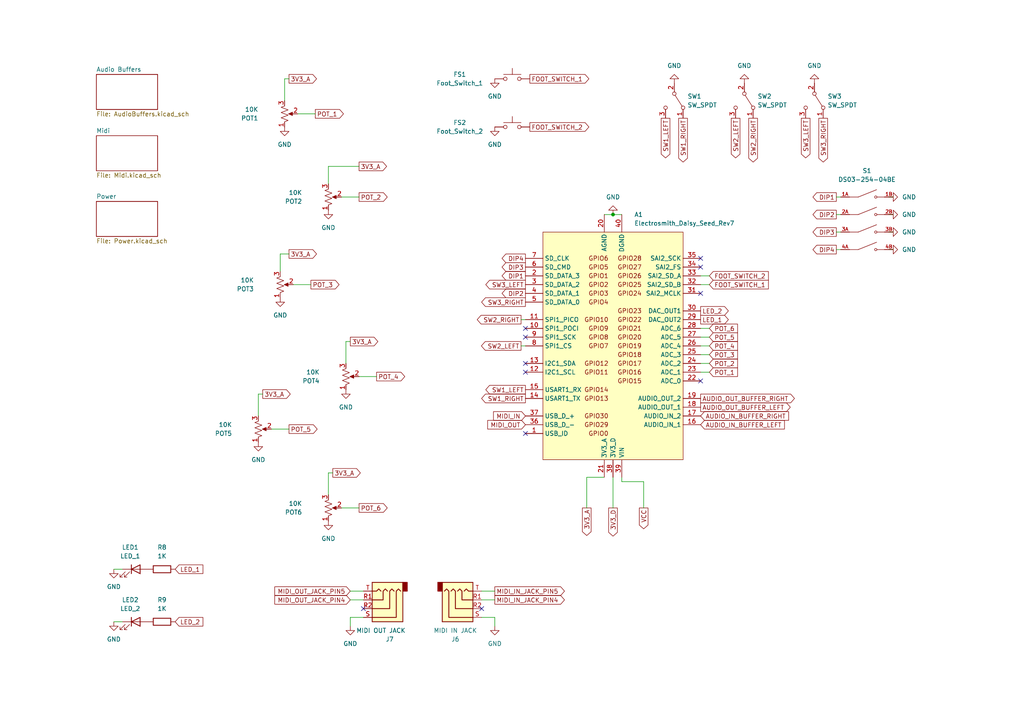
<source format=kicad_sch>
(kicad_sch (version 20230121) (generator eeschema)
  (paper "A4")
  (title_block (title "FunBox") (date "2024-04-30") (company "GuitarML") (comment 1 "9v power, buffered stereo in/out") (comment 2 "6 knobs, 3 - 3 way switches, 2 foot switches, 4 dip switches") (comment 3 "MIDI in/out via mini TRS") (comment 4 "Stereo guitar pedal using the Daisy Seed."))
  (lib_symbols
    (symbol "Connector_Audio:AudioJack4"
      (property "Reference" "J" (at 0 8.89 0))
      (property "Value" "AudioJack4" (at 0 6.35 0))
      (symbol "AudioJack4_0_1"
        (rectangle (start -6.35 -5.08) (end -7.62 -7.62) (stroke (width 0.254)) (fill (type outline)))
        (polyline (pts (xy 0 -5.08) (xy 0.635 -5.715) (xy 1.27 -5.08) (xy 2.54 -5.08)) (stroke (width 0.254)))
        (polyline (pts (xy -5.715 -5.08) (xy -5.08 -5.715) (xy -4.445 -5.08) (xy -4.445 2.54) (xy 2.54 2.54)) (stroke (width 0.254)))
        (polyline (pts (xy -1.905 -5.08) (xy -1.27 -5.715) (xy -0.635 -5.08) (xy -0.635 -2.54) (xy 2.54 -2.54)) (stroke (width 0.254)))
        (polyline (pts (xy 2.54 0) (xy -2.54 0) (xy -2.54 -5.08) (xy -3.175 -5.715) (xy -3.81 -5.08)) (stroke (width 0.254)))
        (rectangle (start 2.54 3.81) (end -6.35 -7.62) (stroke (width 0.254)) (fill (type background)))
      )
      (symbol "AudioJack4_1_1"
        (pin passive line (at 5.08 -2.54 180) (length 2.54) (name "~") (number "R1"))
        (pin passive line (at 5.08 0 180) (length 2.54) (name "~") (number "R2"))
        (pin passive line (at 5.08 2.54 180) (length 2.54) (name "~") (number "S"))
        (pin passive line (at 5.08 -5.08 180) (length 2.54) (name "~") (number "T"))
      )
    )
    (symbol "DS03-254-04BE:DS03-254-04BE" (pin_names (offset 1.016) hide)
      (property "Reference" "S" (at -2.54 10.16 0))
      (property "Value" "DS03-254-04BE" (at -2.54 -10.16 0))
      (symbol "DS03-254-04BE_0_0"
        (polyline (pts (xy -2.54 -7.62) (xy -5.08 -7.62)) (stroke (width 0.1524)))
        (polyline (pts (xy -2.54 -7.62) (xy 2.794 -5.4864)) (stroke (width 0.1524)))
        (polyline (pts (xy -2.54 -2.54) (xy -5.08 -2.54)) (stroke (width 0.1524)))
        (polyline (pts (xy -2.54 -2.54) (xy 2.794 -0.4064)) (stroke (width 0.1524)))
        (polyline (pts (xy -2.54 2.54) (xy -5.08 2.54)) (stroke (width 0.1524)))
        (polyline (pts (xy -2.54 2.54) (xy 2.794 4.6736)) (stroke (width 0.1524)))
        (polyline (pts (xy -2.54 7.62) (xy -5.08 7.62)) (stroke (width 0.1524)))
        (polyline (pts (xy -2.54 7.62) (xy 2.794 9.7536)) (stroke (width 0.1524)))
        (polyline (pts (xy 5.08 -7.62) (xy 2.921 -7.62)) (stroke (width 0.1524)))
        (polyline (pts (xy 5.08 -2.54) (xy 2.921 -2.54)) (stroke (width 0.1524)))
        (polyline (pts (xy 5.08 2.54) (xy 2.921 2.54)) (stroke (width 0.1524)))
        (polyline (pts (xy 5.08 7.62) (xy 2.921 7.62)) (stroke (width 0.1524)))
        (circle (center 2.54 -7.62) (radius 0.3302) (stroke (width 0.1524)))
        (circle (center 2.54 -2.54) (radius 0.3302) (stroke (width 0.1524)))
        (circle (center 2.54 2.54) (radius 0.3302) (stroke (width 0.1524)))
        (circle (center 2.54 7.62) (radius 0.3302) (stroke (width 0.1524)))
        (pin passive line (at -7.62 7.62 0) (length 2.54) (name "~") (number "1A"))
        (pin passive line (at 7.62 7.62 180) (length 2.54) (name "~") (number "1B"))
        (pin passive line (at -7.62 2.54 0) (length 2.54) (name "~") (number "2A"))
        (pin passive line (at 7.62 2.54 180) (length 2.54) (name "~") (number "2B"))
        (pin passive line (at -7.62 -2.54 0) (length 2.54) (name "~") (number "3A"))
        (pin passive line (at 7.62 -2.54 180) (length 2.54) (name "~") (number "3B"))
        (pin passive line (at -7.62 -7.62 0) (length 2.54) (name "~") (number "4A"))
        (pin passive line (at 7.62 -7.62 180) (length 2.54) (name "~") (number "4B"))
      )
    )
    (symbol "Device:LED" (pin_numbers hide) (pin_names (offset 1.016) hide)
      (property "Reference" "D" (at 0 2.54 0))
      (property "Value" "LED" (at 0 -2.54 0))
      (symbol "LED_0_1"
        (polyline (pts (xy -1.27 -1.27) (xy -1.27 1.27)) (stroke (width 0.254)))
        (polyline (pts (xy -1.27 0) (xy 1.27 0)))
        (polyline (pts (xy 1.27 -1.27) (xy 1.27 1.27) (xy -1.27 0) (xy 1.27 -1.27)) (stroke (width 0.254)))
        (polyline (pts (xy -3.048 -0.762) (xy -4.572 -2.286) (xy -3.81 -2.286) (xy -4.572 -2.286) (xy -4.572 -1.524)))
        (polyline (pts (xy -1.778 -0.762) (xy -3.302 -2.286) (xy -2.54 -2.286) (xy -3.302 -2.286) (xy -3.302 -1.524)))
      )
      (symbol "LED_1_1"
        (pin passive line (at -3.81 0 0) (length 2.54) (name "K") (number "1"))
        (pin passive line (at 3.81 0 180) (length 2.54) (name "A") (number "2"))
      )
    )
    (symbol "Device:R" (pin_numbers hide) (pin_names (offset 0))
      (property "Reference" "R" (at 2.032 0 90))
      (property "Value" "R" (at 0 0 90))
      (symbol "R_0_1"
        (rectangle (start -1.016 -2.54) (end 1.016 2.54) (stroke (width 0.254)))
      )
      (symbol "R_1_1"
        (pin passive line (at 0 3.81 270) (length 1.27) (name "~") (number "1"))
        (pin passive line (at 0 -3.81 90) (length 1.27) (name "~") (number "2"))
      )
    )
    (symbol "Device:R_Potentiometer_US" (pin_names (offset 1.016) hide)
      (property "Reference" "RV" (at -4.445 0 90))
      (property "Value" "R_Potentiometer_US" (at -2.54 0 90))
      (symbol "R_Potentiometer_US_0_1"
        (polyline (pts (xy 0 -2.286) (xy 0 -2.54)))
        (polyline (pts (xy 0 2.54) (xy 0 2.286)))
        (polyline (pts (xy 2.54 0) (xy 1.524 0)))
        (polyline (pts (xy 1.143 0) (xy 2.286 0.508) (xy 2.286 -0.508) (xy 1.143 0)) (fill (type outline)))
        (polyline (pts (xy 0 -0.762) (xy 1.016 -1.143) (xy 0 -1.524) (xy -1.016 -1.905) (xy 0 -2.286)))
        (polyline (pts (xy 0 0.762) (xy 1.016 0.381) (xy 0 0) (xy -1.016 -0.381) (xy 0 -0.762)))
        (polyline (pts (xy 0 2.286) (xy 1.016 1.905) (xy 0 1.524) (xy -1.016 1.143) (xy 0 0.762)))
      )
      (symbol "R_Potentiometer_US_1_1"
        (pin passive line (at 0 3.81 270) (length 1.27) (name "1") (number "1"))
        (pin passive line (at 3.81 0 180) (length 1.27) (name "2") (number "2"))
        (pin passive line (at 0 -3.81 90) (length 1.27) (name "3") (number "3"))
      )
    )
    (symbol "MCU_Module:Electrosmith_Daisy_Seed_Rev4"
      (property "Reference" "A" (at -20.32 34.29 0))
      (property "Value" "Electrosmith_Daisy_Seed_Rev4" (at 33.02 34.29 0))
      (symbol "Electrosmith_Daisy_Seed_Rev4_0_0"
        (text "GPIO0" (at 1.27 25.4 0) (effects (font (size 1.27 1.27)) (justify left)))
        (text "GPIO1" (at 1.27 -20.32 0) (effects (font (size 1.27 1.27)) (justify left)))
        (text "GPIO10" (at 1.27 -7.62 0) (effects (font (size 1.27 1.27)) (justify left)))
        (text "GPIO11" (at 1.27 7.62 0) (effects (font (size 1.27 1.27)) (justify left)))
        (text "GPIO12" (at 1.27 5.08 0) (effects (font (size 1.27 1.27)) (justify left)))
        (text "GPIO13" (at 1.27 15.24 0) (effects (font (size 1.27 1.27)) (justify left)))
        (text "GPIO14" (at 1.27 12.7 0) (effects (font (size 1.27 1.27)) (justify left)))
        (text "GPIO15" (at -1.27 10.16 0) (effects (font (size 1.27 1.27)) (justify right)))
        (text "GPIO16" (at -1.27 7.62 0) (effects (font (size 1.27 1.27)) (justify right)))
        (text "GPIO17" (at -1.27 5.08 0) (effects (font (size 1.27 1.27)) (justify right)))
        (text "GPIO18" (at -1.27 2.54 0) (effects (font (size 1.27 1.27)) (justify right)))
        (text "GPIO19" (at -1.27 0 0) (effects (font (size 1.27 1.27)) (justify right)))
        (text "GPIO2" (at 1.27 -17.78 0) (effects (font (size 1.27 1.27)) (justify left)))
        (text "GPIO20" (at -1.27 -2.54 0) (effects (font (size 1.27 1.27)) (justify right)))
        (text "GPIO21" (at -1.27 -5.08 0) (effects (font (size 1.27 1.27)) (justify right)))
        (text "GPIO22" (at -1.27 -7.62 0) (effects (font (size 1.27 1.27)) (justify right)))
        (text "GPIO23" (at -1.27 -10.16 0) (effects (font (size 1.27 1.27)) (justify right)))
        (text "GPIO24" (at -1.27 -15.24 0) (effects (font (size 1.27 1.27)) (justify right)))
        (text "GPIO25" (at -1.27 -17.78 0) (effects (font (size 1.27 1.27)) (justify right)))
        (text "GPIO26" (at -1.27 -20.32 0) (effects (font (size 1.27 1.27)) (justify right)))
        (text "GPIO27" (at -1.27 -22.86 0) (effects (font (size 1.27 1.27)) (justify right)))
        (text "GPIO28" (at -1.27 -25.4 0) (effects (font (size 1.27 1.27)) (justify right)))
        (text "GPIO29" (at 1.27 22.86 0) (effects (font (size 1.27 1.27)) (justify left)))
        (text "GPIO3" (at 1.27 -15.24 0) (effects (font (size 1.27 1.27)) (justify left)))
        (text "GPIO30" (at 1.27 20.32 0) (effects (font (size 1.27 1.27)) (justify left)))
        (text "GPIO4" (at 1.27 -12.7 0) (effects (font (size 1.27 1.27)) (justify left)))
        (text "GPIO5" (at 1.27 -22.86 0) (effects (font (size 1.27 1.27)) (justify left)))
        (text "GPIO6" (at 1.27 -25.4 0) (effects (font (size 1.27 1.27)) (justify left)))
        (text "GPIO7" (at 1.27 0 0) (effects (font (size 1.27 1.27)) (justify left)))
        (text "GPIO8" (at 1.27 -2.54 0) (effects (font (size 1.27 1.27)) (justify left)))
        (text "GPIO9" (at 1.27 -5.08 0) (effects (font (size 1.27 1.27)) (justify left)))
        (pin bidirectional line (at 25.4 25.4 180) (length 5.08) (name "USB_ID") (number "1"))
        (pin bidirectional line (at 25.4 -5.08 180) (length 5.08) (name "SPI1_POCI") (number "10"))
        (pin bidirectional line (at 25.4 -7.62 180) (length 5.08) (name "SPI1_PICO") (number "11"))
        (pin bidirectional line (at 25.4 7.62 180) (length 5.08) (name "I2C1_SCL") (number "12"))
        (pin bidirectional line (at 25.4 5.08 180) (length 5.08) (name "I2C1_SDA") (number "13"))
        (pin bidirectional line (at 25.4 15.24 180) (length 5.08) (name "USART1_TX") (number "14"))
        (pin bidirectional line (at 25.4 12.7 180) (length 5.08) (name "USART1_RX") (number "15"))
        (pin input line (at -25.4 22.86 0) (length 5.08) (name "AUDIO_IN_1") (number "16"))
        (pin input line (at -25.4 20.32 0) (length 5.08) (name "AUDIO_IN_2") (number "17"))
        (pin output line (at -25.4 17.78 0) (length 5.08) (name "AUDIO_OUT_1") (number "18"))
        (pin output line (at -25.4 15.24 0) (length 5.08) (name "AUDIO_OUT_2") (number "19"))
        (pin bidirectional line (at 25.4 -20.32 180) (length 5.08) (name "SD_DATA_3") (number "2"))
        (pin power_in line (at 2.54 -38.1 90) (length 5.08) (name "AGND") (number "20"))
        (pin power_out line (at 2.54 38.1 270) (length 5.08) (name "3V3_A") (number "21"))
        (pin bidirectional line (at -25.4 10.16 0) (length 5.08) (name "ADC_0") (number "22"))
        (pin bidirectional line (at -25.4 7.62 0) (length 5.08) (name "ADC_1") (number "23"))
        (pin bidirectional line (at -25.4 5.08 0) (length 5.08) (name "ADC_2") (number "24"))
        (pin bidirectional line (at -25.4 2.54 0) (length 5.08) (name "ADC_3") (number "25"))
        (pin bidirectional line (at -25.4 0 0) (length 5.08) (name "ADC_4") (number "26"))
        (pin bidirectional line (at -25.4 -2.54 0) (length 5.08) (name "ADC_5") (number "27"))
        (pin bidirectional line (at -25.4 -5.08 0) (length 5.08) (name "ADC_6") (number "28"))
        (pin bidirectional line (at -25.4 -7.62 0) (length 5.08) (name "DAC_OUT2") (number "29"))
        (pin bidirectional line (at 25.4 -17.78 180) (length 5.08) (name "SD_DATA_2") (number "3"))
        (pin bidirectional line (at -25.4 -10.16 0) (length 5.08) (name "DAC_OUT1") (number "30"))
        (pin bidirectional line (at -25.4 -15.24 0) (length 5.08) (name "SAI2_MCLK") (number "31"))
        (pin bidirectional line (at -25.4 -17.78 0) (length 5.08) (name "SAI2_SD_B") (number "32"))
        (pin bidirectional line (at -25.4 -20.32 0) (length 5.08) (name "SAI2_SD_A") (number "33"))
        (pin bidirectional line (at -25.4 -22.86 0) (length 5.08) (name "SAI2_FS") (number "34"))
        (pin bidirectional line (at -25.4 -25.4 0) (length 5.08) (name "SAI2_SCK") (number "35"))
        (pin bidirectional line (at 25.4 22.86 180) (length 5.08) (name "USB_D_-") (number "36"))
        (pin bidirectional line (at 25.4 20.32 180) (length 5.08) (name "USB_D_+") (number "37"))
        (pin power_out line (at 0 38.1 270) (length 5.08) (name "3V3_D") (number "38"))
        (pin power_in line (at -2.54 38.1 270) (length 5.08) (name "VIN") (number "39"))
        (pin bidirectional line (at 25.4 -15.24 180) (length 5.08) (name "SD_DATA_1") (number "4"))
        (pin power_in line (at -2.54 -38.1 90) (length 5.08) (name "DGND") (number "40"))
        (pin bidirectional line (at 25.4 -12.7 180) (length 5.08) (name "SD_DATA_0") (number "5"))
        (pin bidirectional line (at 25.4 -22.86 180) (length 5.08) (name "SD_CMD") (number "6"))
        (pin bidirectional line (at 25.4 -25.4 180) (length 5.08) (name "SD_CLK") (number "7"))
        (pin bidirectional line (at 25.4 0 180) (length 5.08) (name "SPI1_CS") (number "8"))
        (pin bidirectional line (at 25.4 -2.54 180) (length 5.08) (name "SPI1_SCK") (number "9"))
      )
      (symbol "Electrosmith_Daisy_Seed_Rev4_0_1"
        (rectangle (start -20.32 33.02) (end 20.32 -33.02) (fill (type background)))
      )
    )
    (symbol "Switch:SW_Push" (pin_numbers hide) (pin_names (offset 1.016) hide)
      (property "Reference" "SW" (at 1.27 2.54 0))
      (property "Value" "SW_Push" (at 0 -1.524 0))
      (symbol "SW_Push_0_1"
        (circle (center -2.032 0) (radius 0.508))
        (polyline (pts (xy 0 1.27) (xy 0 3.048)))
        (polyline (pts (xy 2.54 1.27) (xy -2.54 1.27)))
        (circle (center 2.032 0) (radius 0.508))
        (pin passive line (at -5.08 0 0) (length 2.54) (name "1") (number "1"))
        (pin passive line (at 5.08 0 180) (length 2.54) (name "2") (number "2"))
      )
    )
    (symbol "Switch:SW_SPDT" (pin_names (offset 0) hide)
      (property "Reference" "SW" (at 0 4.318 0))
      (property "Value" "SW_SPDT" (at 0 -5.08 0))
      (symbol "SW_SPDT_0_0"
        (circle (center -2.032 0) (radius 0.508))
        (circle (center 2.032 -2.54) (radius 0.508))
      )
      (symbol "SW_SPDT_0_1"
        (polyline (pts (xy -1.524 0.254) (xy 1.651 2.286)))
        (circle (center 2.032 2.54) (radius 0.508))
      )
      (symbol "SW_SPDT_1_1"
        (pin passive line (at 5.08 2.54 180) (length 2.54) (name "A") (number "1"))
        (pin passive line (at -5.08 0 0) (length 2.54) (name "B") (number "2"))
        (pin passive line (at 5.08 -2.54 180) (length 2.54) (name "C") (number "3"))
      )
    )
    (symbol "power:GND" (power) (pin_names (offset 0))
      (property "Value" "GND" (at 0 -3.81 0))
      (symbol "GND_0_1"
        (polyline (pts (xy 0 0) (xy 0 -1.27) (xy 1.27 -1.27) (xy 0 -2.54) (xy -1.27 -1.27) (xy 0 -1.27)))
      )
      (symbol "GND_1_1"
        (pin power_in line (at 0 0 270) (length 0) hide (name "GND") (number "1"))
      )
    )
  )
  (junction (at 177.8 62.23))
  (no_connect (at 152.4 125.73))
  (no_connect (at 203.2 110.49))
  (no_connect (at 203.2 85.09))
  (no_connect (at 152.4 107.95))
  (no_connect (at 203.2 77.47))
  (no_connect (at 105.41 176.53))
  (no_connect (at 152.4 105.41))
  (no_connect (at 203.2 74.93))
  (no_connect (at 152.4 97.79))
  (no_connect (at 152.4 95.25))
  (no_connect (at 139.7 176.53))
  (wire (pts (xy 105.41 179.07) (xy 101.6 179.07)))
  (wire (pts (xy 243.84 57.15) (xy 242.57 57.15)))
  (wire (pts (xy 101.6 99.06) (xy 100.33 99.06)))
  (wire (pts (xy 205.74 107.95) (xy 203.2 107.95)))
  (wire (pts (xy 143.51 181.61) (xy 143.51 179.07)))
  (wire (pts (xy 143.51 173.99) (xy 139.7 173.99)))
  (wire (pts (xy 170.18 138.43) (xy 175.26 138.43)))
  (wire (pts (xy 95.25 137.16) (xy 95.25 143.51)))
  (wire (pts (xy 243.84 62.23) (xy 242.57 62.23)))
  (wire (pts (xy 104.14 48.26) (xy 95.25 48.26)))
  (wire (pts (xy 139.7 171.45) (xy 143.51 171.45)))
  (wire (pts (xy 86.36 33.02) (xy 91.44 33.02)))
  (wire (pts (xy 180.34 138.43) (xy 180.34 139.7)))
  (wire (pts (xy 83.82 73.66) (xy 81.28 73.66)))
  (wire (pts (xy 82.55 22.86) (xy 83.82 22.86)))
  (wire (pts (xy 170.18 147.32) (xy 170.18 138.43)))
  (wire (pts (xy 99.06 147.32) (xy 104.14 147.32)))
  (wire (pts (xy 151.13 100.33) (xy 152.4 100.33)))
  (wire (pts (xy 101.6 179.07) (xy 101.6 181.61)))
  (wire (pts (xy 96.52 137.16) (xy 95.25 137.16)))
  (wire (pts (xy 82.55 22.86) (xy 82.55 29.21)))
  (wire (pts (xy 186.69 139.7) (xy 186.69 147.32)))
  (wire (pts (xy 180.34 139.7) (xy 186.69 139.7)))
  (wire (pts (xy 104.14 109.22) (xy 109.22 109.22)))
  (wire (pts (xy 203.2 97.79) (xy 205.74 97.79)))
  (wire (pts (xy 243.84 72.39) (xy 242.57 72.39)))
  (wire (pts (xy 81.28 73.66) (xy 81.28 78.74)))
  (wire (pts (xy 74.93 114.3) (xy 74.93 120.65)))
  (wire (pts (xy 139.7 179.07) (xy 143.51 179.07)))
  (wire (pts (xy 33.02 180.34) (xy 35.56 180.34)))
  (wire (pts (xy 76.2 114.3) (xy 74.93 114.3)))
  (wire (pts (xy 95.25 48.26) (xy 95.25 53.34)))
  (wire (pts (xy 151.13 92.71) (xy 152.4 92.71)))
  (wire (pts (xy 203.2 80.01) (xy 205.74 80.01)))
  (wire (pts (xy 259.08 72.39) (xy 257.81 72.39)))
  (wire (pts (xy 203.2 100.33) (xy 205.74 100.33)))
  (wire (pts (xy 259.08 67.31) (xy 257.81 67.31)))
  (wire (pts (xy 203.2 95.25) (xy 205.74 95.25)))
  (wire (pts (xy 177.8 62.23) (xy 175.26 62.23)))
  (wire (pts (xy 101.6 173.99) (xy 105.41 173.99)))
  (wire (pts (xy 259.08 62.23) (xy 257.81 62.23)))
  (wire (pts (xy 243.84 67.31) (xy 242.57 67.31)))
  (wire (pts (xy 33.02 165.1) (xy 35.56 165.1)))
  (wire (pts (xy 203.2 82.55) (xy 205.74 82.55)))
  (wire (pts (xy 205.74 102.87) (xy 203.2 102.87)))
  (wire (pts (xy 100.33 99.06) (xy 100.33 105.41)))
  (wire (pts (xy 180.34 62.23) (xy 177.8 62.23)))
  (wire (pts (xy 78.74 124.46) (xy 83.82 124.46)))
  (wire (pts (xy 99.06 57.15) (xy 104.14 57.15)))
  (wire (pts (xy 177.8 138.43) (xy 177.8 147.32)))
  (wire (pts (xy 205.74 105.41) (xy 203.2 105.41)))
  (wire (pts (xy 259.08 57.15) (xy 257.81 57.15)))
  (wire (pts (xy 101.6 171.45) (xy 105.41 171.45)))
  (wire (pts (xy 85.09 82.55) (xy 90.17 82.55)))
  (global_label "FOOT_SWITCH_1" (shape input) (at 205.74 82.55 0) (property "Intersheetrefs" "${INTERSHEET_REFS}" (effects hide)))
  (global_label "AUDIO_IN_BUFFER_LEFT" (shape input) (at 203.2 123.19 0) (property "Intersheetrefs" "${INTERSHEET_REFS}" (effects hide)))
  (global_label "POT_1" (shape output) (at 91.44 33.02 0) (property "Intersheetrefs" "${INTERSHEET_REFS}" (effects hide)))
  (global_label "POT_1" (shape input) (at 205.74 107.95 0) (property "Intersheetrefs" "${INTERSHEET_REFS}" (effects hide)))
  (global_label "DIP3" (shape output) (at 242.57 67.31 180) (property "Intersheetrefs" "${INTERSHEET_REFS}" (effects hide)))
  (global_label "3V3_A" (shape output) (at 83.82 73.66 0) (property "Intersheetrefs" "${INTERSHEET_REFS}" (effects hide)))
  (global_label "3V3_A" (shape output) (at 76.2 114.3 0) (property "Intersheetrefs" "${INTERSHEET_REFS}" (effects hide)))
  (global_label "POT_3" (shape output) (at 90.17 82.55 0) (property "Intersheetrefs" "${INTERSHEET_REFS}" (effects hide)))
  (global_label "LED_1" (shape output) (at 203.2 92.71 0) (property "Intersheetrefs" "${INTERSHEET_REFS}" (effects hide)))
  (global_label "VCC" (shape output) (at 186.69 147.32 270) (property "Intersheetrefs" "${INTERSHEET_REFS}" (effects hide)))
  (global_label "SW2_LEFT" (shape output) (at 151.13 100.33 180) (property "Intersheetrefs" "${INTERSHEET_REFS}" (effects hide)))
  (global_label "SW1_RIGHT" (shape output) (at 198.12 34.29 270) (property "Intersheetrefs" "${INTERSHEET_REFS}" (effects hide)))
  (global_label "SW3_RIGHT" (shape output) (at 238.76 34.29 270) (property "Intersheetrefs" "${INTERSHEET_REFS}" (effects hide)))
  (global_label "SW2_RIGHT" (shape output) (at 151.13 92.71 180) (property "Intersheetrefs" "${INTERSHEET_REFS}" (effects hide)))
  (global_label "POT_3" (shape input) (at 205.74 102.87 0) (property "Intersheetrefs" "${INTERSHEET_REFS}" (effects hide)))
  (global_label "3V3_A" (shape output) (at 170.18 147.32 270) (property "Intersheetrefs" "${INTERSHEET_REFS}" (effects hide)))
  (global_label "POT_4" (shape output) (at 109.22 109.22 0) (property "Intersheetrefs" "${INTERSHEET_REFS}" (effects hide)))
  (global_label "MIDI_OUT_JACK_PIN4" (shape input) (at 101.6 173.99 180) (property "Intersheetrefs" "${INTERSHEET_REFS}" (effects hide)))
  (global_label "MIDI_IN_JACK_PIN5" (shape output) (at 143.51 171.45 0) (property "Intersheetrefs" "${INTERSHEET_REFS}" (effects hide)))
  (global_label "DIP1" (shape output) (at 242.57 57.15 180) (property "Intersheetrefs" "${INTERSHEET_REFS}" (effects hide)))
  (global_label "POT_5" (shape output) (at 83.82 124.46 0) (property "Intersheetrefs" "${INTERSHEET_REFS}" (effects hide)))
  (global_label "LED_2" (shape output) (at 203.2 90.17 0) (property "Intersheetrefs" "${INTERSHEET_REFS}" (effects hide)))
  (global_label "LED_1" (shape input) (at 50.8 165.1 0) (property "Intersheetrefs" "${INTERSHEET_REFS}" (effects hide)))
  (global_label "3V3_A" (shape output) (at 83.82 22.86 0) (property "Intersheetrefs" "${INTERSHEET_REFS}" (effects hide)))
  (global_label "POT_6" (shape input) (at 205.74 95.25 0) (property "Intersheetrefs" "${INTERSHEET_REFS}" (effects hide)))
  (global_label "3V3_D" (shape output) (at 177.8 147.32 270) (property "Intersheetrefs" "${INTERSHEET_REFS}" (effects hide)))
  (global_label "SW2_RIGHT" (shape output) (at 218.44 34.29 270) (property "Intersheetrefs" "${INTERSHEET_REFS}" (effects hide)))
  (global_label "FOOT_SWITCH_1" (shape output) (at 153.67 22.86 0) (property "Intersheetrefs" "${INTERSHEET_REFS}" (effects hide)))
  (global_label "MIDI_OUT_JACK_PIN5" (shape input) (at 101.6 171.45 180) (property "Intersheetrefs" "${INTERSHEET_REFS}" (effects hide)))
  (global_label "MIDI_OUT" (shape input) (at 152.4 123.19 180) (property "Intersheetrefs" "${INTERSHEET_REFS}" (effects hide)))
  (global_label "3V3_A" (shape output) (at 104.14 48.26 0) (property "Intersheetrefs" "${INTERSHEET_REFS}" (effects hide)))
  (global_label "SW1_LEFT" (shape output) (at 193.04 34.29 270) (property "Intersheetrefs" "${INTERSHEET_REFS}" (effects hide)))
  (global_label "MIDI_IN_JACK_PIN4" (shape output) (at 143.51 173.99 0) (property "Intersheetrefs" "${INTERSHEET_REFS}" (effects hide)))
  (global_label "LED_2" (shape input) (at 50.8 180.34 0) (property "Intersheetrefs" "${INTERSHEET_REFS}" (effects hide)))
  (global_label "SW3_LEFT" (shape output) (at 152.4 82.55 180) (property "Intersheetrefs" "${INTERSHEET_REFS}" (effects hide)))
  (global_label "3V3_A" (shape output) (at 96.52 137.16 0) (property "Intersheetrefs" "${INTERSHEET_REFS}" (effects hide)))
  (global_label "AUDIO_OUT_BUFFER_RIGHT" (shape output) (at 203.2 115.57 0) (property "Intersheetrefs" "${INTERSHEET_REFS}" (effects hide)))
  (global_label "SW1_RIGHT" (shape output) (at 152.4 115.57 180) (property "Intersheetrefs" "${INTERSHEET_REFS}" (effects hide)))
  (global_label "DIP4" (shape output) (at 152.4 74.93 180) (property "Intersheetrefs" "${INTERSHEET_REFS}" (effects hide)))
  (global_label "DIP3" (shape output) (at 152.4 77.47 180) (property "Intersheetrefs" "${INTERSHEET_REFS}" (effects hide)))
  (global_label "SW3_RIGHT" (shape output) (at 152.4 87.63 180) (property "Intersheetrefs" "${INTERSHEET_REFS}" (effects hide)))
  (global_label "DIP4" (shape output) (at 242.57 72.39 180) (property "Intersheetrefs" "${INTERSHEET_REFS}" (effects hide)))
  (global_label "SW1_LEFT" (shape output) (at 152.4 113.03 180) (property "Intersheetrefs" "${INTERSHEET_REFS}" (effects hide)))
  (global_label "DIP1" (shape output) (at 152.4 80.01 180) (property "Intersheetrefs" "${INTERSHEET_REFS}" (effects hide)))
  (global_label "SW3_LEFT" (shape output) (at 233.68 34.29 270) (property "Intersheetrefs" "${INTERSHEET_REFS}" (effects hide)))
  (global_label "FOOT_SWITCH_2" (shape output) (at 153.67 36.83 0) (property "Intersheetrefs" "${INTERSHEET_REFS}" (effects hide)))
  (global_label "FOOT_SWITCH_2" (shape input) (at 205.74 80.01 0) (property "Intersheetrefs" "${INTERSHEET_REFS}" (effects hide)))
  (global_label "DIP2" (shape output) (at 242.57 62.23 180) (property "Intersheetrefs" "${INTERSHEET_REFS}" (effects hide)))
  (global_label "POT_2" (shape input) (at 205.74 105.41 0) (property "Intersheetrefs" "${INTERSHEET_REFS}" (effects hide)))
  (global_label "POT_5" (shape input) (at 205.74 97.79 0) (property "Intersheetrefs" "${INTERSHEET_REFS}" (effects hide)))
  (global_label "POT_6" (shape output) (at 104.14 147.32 0) (property "Intersheetrefs" "${INTERSHEET_REFS}" (effects hide)))
  (global_label "POT_2" (shape output) (at 104.14 57.15 0) (property "Intersheetrefs" "${INTERSHEET_REFS}" (effects hide)))
  (global_label "POT_4" (shape input) (at 205.74 100.33 0) (property "Intersheetrefs" "${INTERSHEET_REFS}" (effects hide)))
  (global_label "3V3_A" (shape output) (at 101.6 99.06 0) (property "Intersheetrefs" "${INTERSHEET_REFS}" (effects hide)))
  (global_label "DIP2" (shape output) (at 152.4 85.09 180) (property "Intersheetrefs" "${INTERSHEET_REFS}" (effects hide)))
  (global_label "AUDIO_OUT_BUFFER_LEFT" (shape output) (at 203.2 118.11 0) (property "Intersheetrefs" "${INTERSHEET_REFS}" (effects hide)))
  (global_label "MIDI_IN" (shape input) (at 152.4 120.65 180) (property "Intersheetrefs" "${INTERSHEET_REFS}" (effects hide)))
  (global_label "AUDIO_IN_BUFFER_RIGHT" (shape input) (at 203.2 120.65 0) (property "Intersheetrefs" "${INTERSHEET_REFS}" (effects hide)))
  (global_label "SW2_LEFT" (shape output) (at 213.36 34.29 270) (property "Intersheetrefs" "${INTERSHEET_REFS}" (effects hide)))
  (symbol (lib_id "power:GND") (at 82.55 36.83 0) (mirror y) (unit 1)
    (property "Reference" "#PWR022" (effects hide))
    (property "Value" "GND" (at 82.55 41.91 0))
  )
  (symbol (lib_id "power:GND") (at 143.51 36.83 0) (unit 1)
    (property "Reference" "#PWR036" (effects hide))
    (property "Value" "GND" (at 143.51 41.91 0))
  )
  (symbol (lib_id "power:GND") (at 100.33 113.03 0) (mirror y) (unit 1)
    (property "Reference" "#PWR028" (effects hide))
    (property "Value" "GND" (at 100.33 118.11 0))
  )
  (symbol (lib_id "power:GND") (at 257.81 67.31 90) (unit 1)
    (property "Reference" "#PWR039" (effects hide))
    (property "Value" "GND" (at 261.62 67.31 90) (effects (justify right)))
  )
  (symbol (lib_id "power:GND") (at 33.02 180.34 0) (unit 1)
    (property "Reference" "#PWR034" (effects hide))
    (property "Value" "GND" (at 33.02 185.42 0))
  )
  (symbol (lib_id "power:GND") (at 143.51 22.86 0) (unit 1)
    (property "Reference" "#PWR035" (effects hide))
    (property "Value" "GND" (at 143.51 27.94 0))
  )
  (symbol (lib_id "power:GND") (at 215.9 24.13 0) (mirror x) (unit 1)
    (property "Reference" "#PWR02" (effects hide))
    (property "Value" "GND" (at 215.9 19.05 0))
  )
  (symbol (lib_id "power:GND") (at 95.25 60.96 0) (mirror y) (unit 1)
    (property "Reference" "#PWR024" (effects hide))
    (property "Value" "GND" (at 95.25 66.04 0))
  )
  (symbol (lib_id "power:GND") (at 257.81 57.15 90) (unit 1)
    (property "Reference" "#PWR021" (effects hide))
    (property "Value" "GND" (at 261.62 57.15 90) (effects (justify right)))
  )
  (symbol (lib_id "Switch:SW_Push") (at 148.59 36.83 0) (unit 1)
    (property "Reference" "FS2" (at 133.35 35.56 0))
    (property "Value" "Foot_Switch_2" (at 133.35 38.1 0))
    (property "Footprint" "Connector_PinHeader_2.54mm:PinHeader_1x02_P2.54mm_Vertical" (effects hide))
  )
  (symbol (lib_id "Switch:SW_SPDT") (at 236.22 29.21 270) (unit 1)
    (property "Reference" "SW3" (at 240.03 27.94 90) (effects (justify left)))
    (property "Value" "SW_SPDT" (at 240.03 30.48 90) (effects (justify left)))
    (property "Footprint" "Button_Switch_THT:SW_Toggle_SPDT_lugs" (effects hide))
  )
  (symbol (lib_id "MCU_Module:Electrosmith_Daisy_Seed_Rev4") (at 177.8 100.33 180) (unit 1)
    (property "Reference" "A1" (at 183.9661 62.23 0) (effects (justify right)))
    (property "Value" "Electrosmith_Daisy_Seed_Rev7" (at 183.9661 64.77 0) (effects (justify right)))
    (property "Footprint" "Module:Electrosmith_Daisy_Seed" (effects hide))
    (property "Datasheet" "https://static1.squarespace.com/static/58d03fdc1b10e3bf442567b8/t/6227e6236f02fb68d1577146/1646781988478/Daisy_Seed_datasheet_v1.0.3.pdf" (effects hide))
  )
  (symbol (lib_id "power:GND") (at 81.28 86.36 0) (mirror y) (unit 1)
    (property "Reference" "#PWR026" (effects hide))
    (property "Value" "GND" (at 81.28 91.44 0))
  )
  (symbol (lib_id "Connector_Audio:AudioJack4") (at 110.49 176.53 180) (unit 1)
    (property "Reference" "J7" (at 113.03 185.42 0))
    (property "Value" "MIDI OUT JACK" (at 110.49 182.88 0))
    (property "Footprint" "Audio_Module:TRRS-PJ-320A" (effects hide))
  )
  (symbol (lib_id "Connector_Audio:AudioJack4") (at 134.62 176.53 0) (mirror x) (unit 1)
    (property "Reference" "J6" (at 132.08 185.42 0))
    (property "Value" "MIDI IN JACK" (at 132.08 182.88 0))
    (property "Footprint" "Audio_Module:TRRS-PJ-320A" (effects hide))
  )
  (symbol (lib_id "power:GND") (at 177.8 62.23 180) (unit 1)
    (property "Reference" "#PWR03" (effects hide))
    (property "Value" "GND" (at 177.8 57.15 0))
  )
  (symbol (lib_id "Device:LED") (at 39.37 165.1 0) (unit 1)
    (property "Reference" "LED1" (at 37.7825 158.75 0))
    (property "Value" "LED_1" (at 37.7825 161.29 0))
    (property "Footprint" "Connector_PinHeader_2.54mm:PinHeader_1x02_P2.54mm_Vertical" (effects hide))
  )
  (symbol (lib_id "power:GND") (at 95.25 151.13 0) (mirror y) (unit 1)
    (property "Reference" "#PWR032" (effects hide))
    (property "Value" "GND" (at 95.25 156.21 0))
  )
  (symbol (lib_id "Device:R_Potentiometer_US") (at 74.93 124.46 0) (mirror x) (unit 1)
    (property "Reference" "POT5" (at 67.31 125.73 0) (effects (justify right)))
    (property "Value" "10K" (at 67.31 123.19 0) (effects (justify right)))
    (property "Footprint" "Potentiometer_THT:Pot_RightAngle_LongPin_16mm" (effects hide))
  )
  (symbol (lib_id "DS03-254-04BE:DS03-254-04BE") (at 251.46 64.77 0) (unit 1)
    (property "Reference" "S1" (at 251.46 49.53 0))
    (property "Value" "DS03-254-04BE" (at 251.46 52.07 0))
    (property "Footprint" "Button_Switch_THT:DS03-254-04BE-dip4" (effects hide))
    (property "PARTREV" "V1.0" (effects hide))
    (property "MANUFACTURER" "CUI Inc." (effects hide))
    (property "MAXIMUM_PACKAGE_HEIGHT" "9.93 mm" (effects hide))
    (property "STANDARD" "Manufacturer Recommendations" (effects hide))
  )
  (symbol (lib_id "Device:R_Potentiometer_US") (at 81.28 82.55 0) (mirror x) (unit 1)
    (property "Reference" "POT3" (at 73.66 83.82 0) (effects (justify right)))
    (property "Value" "10K" (at 73.66 81.28 0) (effects (justify right)))
    (property "Footprint" "Potentiometer_THT:Pot_RightAngle_LongPin_16mm" (effects hide))
  )
  (symbol (lib_id "Switch:SW_SPDT") (at 215.9 29.21 270) (unit 1)
    (property "Reference" "SW2" (at 219.71 27.94 90) (effects (justify left)))
    (property "Value" "SW_SPDT" (at 219.71 30.48 90) (effects (justify left)))
    (property "Footprint" "Button_Switch_THT:SW_Toggle_SPDT_lugs" (effects hide))
  )
  (symbol (lib_id "Device:R_Potentiometer_US") (at 95.25 57.15 0) (mirror x) (unit 1)
    (property "Reference" "POT2" (at 87.63 58.42 0) (effects (justify right)))
    (property "Value" "10K" (at 87.63 55.88 0) (effects (justify right)))
    (property "Footprint" "Potentiometer_THT:Pot_RightAngle_LongPin_16mm" (effects hide))
  )
  (symbol (lib_id "power:GND") (at 236.22 24.13 0) (mirror x) (unit 1)
    (property "Reference" "#PWR04" (effects hide))
    (property "Value" "GND" (at 236.22 19.05 0))
  )
  (symbol (lib_id "Device:R_Potentiometer_US") (at 100.33 109.22 0) (mirror x) (unit 1)
    (property "Reference" "POT4" (at 92.71 110.49 0) (effects (justify right)))
    (property "Value" "10K" (at 92.71 107.95 0) (effects (justify right)))
    (property "Footprint" "Potentiometer_THT:Pot_RightAngle_LongPin_16mm" (effects hide))
  )
  (symbol (lib_id "Device:R_Potentiometer_US") (at 82.55 33.02 0) (mirror x) (unit 1)
    (property "Reference" "POT1" (at 74.93 34.29 0) (effects (justify right)))
    (property "Value" "10K" (at 74.93 31.75 0) (effects (justify right)))
    (property "Footprint" "Potentiometer_THT:Pot_RightAngle_LongPin_16mm" (effects hide))
  )
  (symbol (lib_id "Device:R") (at 46.99 180.34 90) (unit 1)
    (property "Reference" "R9" (at 46.99 173.99 90))
    (property "Value" "1K" (at 46.99 176.53 90))
    (property "Footprint" "Resistor_THT:R_Axial_DIN0207_L6.3mm_D2.5mm_P7.62mm_Horizontal" (effects hide))
  )
  (symbol (lib_id "power:GND") (at 33.02 165.1 0) (unit 1)
    (property "Reference" "#PWR033" (effects hide))
    (property "Value" "GND" (at 33.02 170.18 0))
  )
  (symbol (lib_id "Switch:SW_Push") (at 148.59 22.86 0) (unit 1)
    (property "Reference" "FS1" (at 133.35 21.59 0))
    (property "Value" "Foot_Switch_1" (at 133.35 24.13 0))
    (property "Footprint" "Connector_PinHeader_2.54mm:PinHeader_1x02_P2.54mm_Vertical" (effects hide))
  )
  (symbol (lib_id "power:GND") (at 143.51 181.61 0) (mirror y) (unit 1)
    (property "Reference" "#PWR044" (effects hide))
    (property "Value" "GND" (at 143.51 186.69 0))
  )
  (symbol (lib_id "Device:R") (at 46.99 165.1 90) (unit 1)
    (property "Reference" "R8" (at 46.99 158.75 90))
    (property "Value" "1K" (at 46.99 161.29 90))
    (property "Footprint" "Resistor_THT:R_Axial_DIN0207_L6.3mm_D2.5mm_P7.62mm_Horizontal" (effects hide))
  )
  (symbol (lib_id "Device:LED") (at 39.37 180.34 0) (unit 1)
    (property "Reference" "LED2" (at 37.7825 173.99 0))
    (property "Value" "LED_2" (at 37.7825 176.53 0))
    (property "Footprint" "Connector_PinHeader_2.54mm:PinHeader_1x02_P2.54mm_Vertical" (effects hide))
  )
  (symbol (lib_id "Device:R_Potentiometer_US") (at 95.25 147.32 0) (mirror x) (unit 1)
    (property "Reference" "POT6" (at 87.63 148.59 0) (effects (justify right)))
    (property "Value" "10K" (at 87.63 146.05 0) (effects (justify right)))
    (property "Footprint" "Potentiometer_THT:Pot_RightAngle_LongPin_16mm" (effects hide))
  )
  (symbol (lib_id "power:GND") (at 101.6 181.61 0) (unit 1)
    (property "Reference" "#PWR043" (effects hide))
    (property "Value" "GND" (at 101.6 186.69 0))
  )
  (symbol (lib_id "power:GND") (at 74.93 128.27 0) (mirror y) (unit 1)
    (property "Reference" "#PWR030" (effects hide))
    (property "Value" "GND" (at 74.93 133.35 0))
  )
  (symbol (lib_id "power:GND") (at 195.58 24.13 0) (mirror x) (unit 1)
    (property "Reference" "#PWR01" (effects hide))
    (property "Value" "GND" (at 195.58 19.05 0))
  )
  (symbol (lib_id "power:GND") (at 257.81 62.23 90) (unit 1)
    (property "Reference" "#PWR038" (effects hide))
    (property "Value" "GND" (at 261.62 62.23 90) (effects (justify right)))
  )
  (symbol (lib_id "power:GND") (at 257.81 72.39 90) (unit 1)
    (property "Reference" "#PWR040" (effects hide))
    (property "Value" "GND" (at 261.62 72.39 90) (effects (justify right)))
  )
  (symbol (lib_id "Switch:SW_SPDT") (at 195.58 29.21 270) (unit 1)
    (property "Reference" "SW1" (at 199.39 27.94 90) (effects (justify left)))
    (property "Value" "SW_SPDT" (at 199.39 30.48 90) (effects (justify left)))
    (property "Footprint" "Button_Switch_THT:SW_Toggle_SPDT_lugs" (effects hide))
  )
  (sheet (at 27.94 39.37) (size 17.78 10.16) (stroke (width 0.1524))
    (property "Sheetname" "Midi" (at 27.94 38.6584 0) (effects (justify left bottom)))
    (property "Sheetfile" "Midi.kicad_sch" (at 27.94 50.1146 0) (effects (justify left top)))
  )
  (sheet (at 27.94 58.42) (size 17.78 10.16) (stroke (width 0.1524))
    (property "Sheetname" "Power" (at 27.94 57.7084 0) (effects (justify left bottom)))
    (property "Sheetfile" "Power.kicad_sch" (at 27.94 69.1646 0) (effects (justify left top)))
  )
  (sheet (at 27.94 21.59) (size 17.78 10.16) (stroke (width 0.1524))
    (property "Sheetname" "Audio Buffers" (at 27.94 20.8784 0) (effects (justify left bottom)))
    (property "Sheetfile" "AudioBuffers.kicad_sch" (at 27.94 32.3346 0) (effects (justify left top)))
  )
)
</source>
